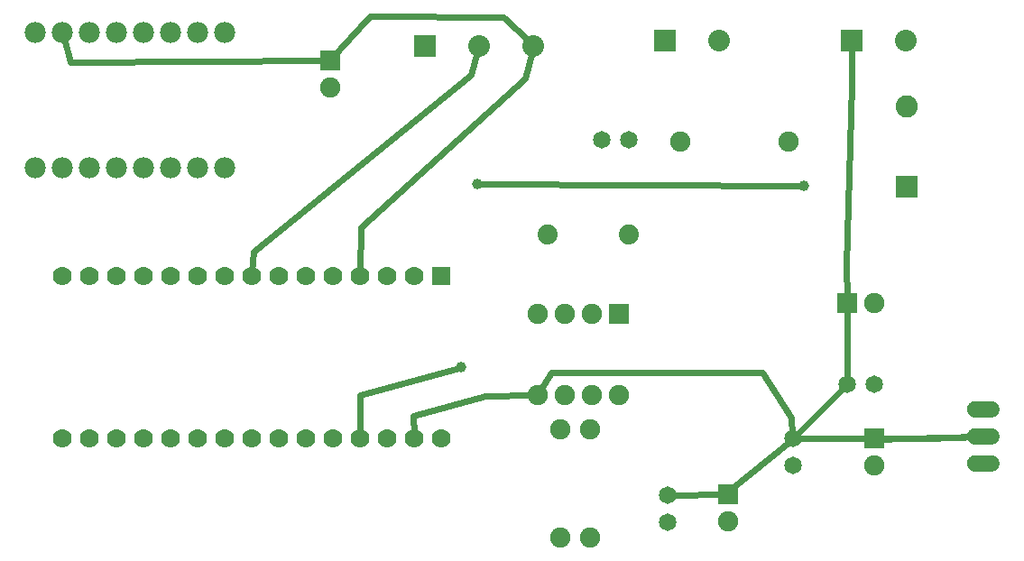
<source format=gtl>
G04 MADE WITH FRITZING*
G04 WWW.FRITZING.ORG*
G04 DOUBLE SIDED*
G04 HOLES PLATED*
G04 CONTOUR ON CENTER OF CONTOUR VECTOR*
%ASAXBY*%
%FSLAX23Y23*%
%MOIN*%
%OFA0B0*%
%SFA1.0B1.0*%
%ADD10C,0.074000*%
%ADD11C,0.039370*%
%ADD12C,0.075000*%
%ADD13C,0.078000*%
%ADD14C,0.082000*%
%ADD15C,0.060000*%
%ADD16C,0.065000*%
%ADD17C,0.080000*%
%ADD18C,0.070000*%
%ADD19R,0.075000X0.075000*%
%ADD20R,0.000150X0.000150*%
%ADD21R,0.082000X0.082000*%
%ADD22R,0.080000X0.079986*%
%ADD23R,0.080000X0.080000*%
%ADD24R,0.070000X0.069972*%
%ADD25C,0.024000*%
%ADD26R,0.001000X0.001000*%
%LNCOPPER1*%
G90*
G70*
G54D10*
X2066Y1292D03*
X2366Y1292D03*
X2066Y1292D03*
X2366Y1292D03*
G54D11*
X1747Y802D03*
X1805Y1478D03*
G54D12*
X2328Y999D03*
X2328Y699D03*
X2228Y999D03*
X2228Y699D03*
X2128Y999D03*
X2128Y699D03*
X2028Y999D03*
X2028Y699D03*
G54D11*
X3013Y1472D03*
G54D12*
X1262Y1937D03*
X1262Y1837D03*
G54D13*
X172Y2038D03*
X272Y2038D03*
X372Y2038D03*
X472Y2038D03*
X572Y2038D03*
X672Y2038D03*
X772Y2038D03*
X872Y2038D03*
X172Y1538D03*
X272Y1538D03*
X372Y1538D03*
X472Y1538D03*
X572Y1538D03*
X672Y1538D03*
X772Y1538D03*
X872Y1538D03*
G54D14*
X3393Y1469D03*
X3393Y1767D03*
G54D15*
X3675Y646D03*
X3675Y546D03*
X3675Y446D03*
X3675Y646D03*
X3675Y546D03*
X3675Y446D03*
G54D12*
X3172Y1038D03*
X3272Y1038D03*
X2733Y334D03*
X2733Y234D03*
X3272Y538D03*
X3272Y438D03*
G54D16*
X3172Y738D03*
X3272Y738D03*
X3172Y738D03*
X3272Y738D03*
X2511Y328D03*
X2511Y228D03*
X2511Y328D03*
X2511Y228D03*
X2366Y1642D03*
X2266Y1642D03*
X2366Y1642D03*
X2266Y1642D03*
X2972Y538D03*
X2972Y438D03*
X2972Y538D03*
X2972Y438D03*
G54D17*
X2501Y2011D03*
X2701Y2011D03*
X1812Y1991D03*
X2012Y1991D03*
X1612Y1991D03*
X3189Y2011D03*
X3389Y2011D03*
G54D18*
X1672Y1138D03*
X1572Y1138D03*
X1472Y1138D03*
X1372Y1138D03*
X1272Y1138D03*
X1172Y1138D03*
X1072Y1138D03*
X972Y1138D03*
X872Y1138D03*
X772Y1138D03*
X672Y1138D03*
X572Y1138D03*
X472Y1138D03*
X372Y1138D03*
X272Y1138D03*
X1672Y538D03*
X1572Y538D03*
X1472Y538D03*
X1372Y538D03*
X1272Y538D03*
X1172Y538D03*
X1072Y538D03*
X972Y538D03*
X872Y538D03*
X772Y538D03*
X672Y538D03*
X572Y538D03*
X472Y538D03*
X372Y538D03*
X272Y538D03*
G54D12*
X2114Y173D03*
X2114Y573D03*
X2222Y174D03*
X2222Y574D03*
X2956Y1635D03*
X2556Y1635D03*
G54D19*
X2328Y999D03*
G54D20*
X2027Y999D03*
G54D19*
X1262Y1937D03*
G54D21*
X3393Y1468D03*
G54D19*
X3172Y1038D03*
X2733Y334D03*
X3272Y538D03*
G54D22*
X2501Y2011D03*
G54D23*
X1612Y1991D03*
G54D22*
X3189Y2011D03*
G54D24*
X1672Y1138D03*
G54D25*
X2982Y548D02*
X3163Y728D01*
D02*
X1372Y556D02*
X1372Y698D01*
D02*
X1372Y698D02*
X1739Y800D01*
D02*
X1813Y1478D02*
X3005Y1472D01*
D02*
X2735Y345D02*
X2735Y345D01*
D02*
X2962Y529D02*
X2735Y345D01*
D02*
X2715Y333D02*
X2525Y328D01*
D02*
X1571Y624D02*
X1572Y556D01*
D02*
X1837Y695D02*
X1571Y624D01*
D02*
X2010Y699D02*
X1837Y695D01*
D02*
X2861Y784D02*
X2081Y784D01*
D02*
X2081Y784D02*
X2037Y714D01*
D02*
X2965Y616D02*
X2861Y784D01*
D02*
X2971Y552D02*
X2965Y616D01*
D02*
X1784Y1883D02*
X1807Y1971D01*
D02*
X978Y1228D02*
X1784Y1883D01*
D02*
X973Y1156D02*
X978Y1228D01*
D02*
X1903Y2095D02*
X1408Y2100D01*
D02*
X1258Y1935D02*
X1258Y1935D01*
D02*
X1408Y2100D02*
X1258Y1935D01*
D02*
X1998Y2005D02*
X1903Y2095D01*
D02*
X278Y2020D02*
X303Y1931D01*
D02*
X303Y1931D02*
X1245Y1937D01*
D02*
X3474Y538D02*
X2986Y538D01*
D02*
X3655Y545D02*
X3474Y538D01*
D02*
X3172Y752D02*
X3172Y1021D01*
D02*
X3189Y1846D02*
X3189Y1991D01*
D02*
X3170Y1179D02*
X3189Y1846D01*
D02*
X3172Y1056D02*
X3170Y1179D01*
D02*
X3273Y537D02*
X3273Y537D01*
D02*
X3655Y546D02*
X3273Y537D01*
D02*
X2973Y537D02*
X2973Y537D01*
D02*
X2973Y537D02*
X2973Y537D01*
D02*
X1982Y1870D02*
X2008Y1971D01*
D02*
X1376Y1321D02*
X1982Y1870D01*
D02*
X1373Y1156D02*
X1376Y1321D01*
G54D26*
X3640Y676D02*
X3711Y676D01*
X3636Y675D02*
X3715Y675D01*
X3634Y674D02*
X3717Y674D01*
X3632Y673D02*
X3719Y673D01*
X3630Y672D02*
X3721Y672D01*
X3629Y671D02*
X3723Y671D01*
X3627Y670D02*
X3724Y670D01*
X3626Y669D02*
X3725Y669D01*
X3625Y668D02*
X3726Y668D01*
X3624Y667D02*
X3727Y667D01*
X3623Y666D02*
X3670Y666D01*
X3681Y666D02*
X3728Y666D01*
X3622Y665D02*
X3667Y665D01*
X3684Y665D02*
X3729Y665D01*
X3622Y664D02*
X3665Y664D01*
X3686Y664D02*
X3730Y664D01*
X3621Y663D02*
X3664Y663D01*
X3688Y663D02*
X3730Y663D01*
X3620Y662D02*
X3662Y662D01*
X3689Y662D02*
X3731Y662D01*
X3620Y661D02*
X3661Y661D01*
X3690Y661D02*
X3731Y661D01*
X3619Y660D02*
X3660Y660D01*
X3691Y660D02*
X3732Y660D01*
X3619Y659D02*
X3660Y659D01*
X3692Y659D02*
X3732Y659D01*
X3618Y658D02*
X3659Y658D01*
X3693Y658D02*
X3733Y658D01*
X3618Y657D02*
X3658Y657D01*
X3693Y657D02*
X3733Y657D01*
X3618Y656D02*
X3658Y656D01*
X3694Y656D02*
X3734Y656D01*
X3617Y655D02*
X3657Y655D01*
X3694Y655D02*
X3734Y655D01*
X3617Y654D02*
X3657Y654D01*
X3695Y654D02*
X3734Y654D01*
X3617Y653D02*
X3656Y653D01*
X3695Y653D02*
X3734Y653D01*
X3617Y652D02*
X3656Y652D01*
X3695Y652D02*
X3735Y652D01*
X3616Y651D02*
X3656Y651D01*
X3696Y651D02*
X3735Y651D01*
X3616Y650D02*
X3655Y650D01*
X3696Y650D02*
X3735Y650D01*
X3616Y649D02*
X3655Y649D01*
X3696Y649D02*
X3735Y649D01*
X3616Y648D02*
X3655Y648D01*
X3696Y648D02*
X3735Y648D01*
X3616Y647D02*
X3655Y647D01*
X3696Y647D02*
X3735Y647D01*
X3616Y646D02*
X3655Y646D01*
X3696Y646D02*
X3735Y646D01*
X3616Y645D02*
X3655Y645D01*
X3696Y645D02*
X3735Y645D01*
X3616Y644D02*
X3655Y644D01*
X3696Y644D02*
X3735Y644D01*
X3616Y643D02*
X3655Y643D01*
X3696Y643D02*
X3735Y643D01*
X3617Y642D02*
X3656Y642D01*
X3696Y642D02*
X3735Y642D01*
X3617Y641D02*
X3656Y641D01*
X3695Y641D02*
X3735Y641D01*
X3617Y640D02*
X3656Y640D01*
X3695Y640D02*
X3734Y640D01*
X3617Y639D02*
X3657Y639D01*
X3695Y639D02*
X3734Y639D01*
X3617Y638D02*
X3657Y638D01*
X3694Y638D02*
X3734Y638D01*
X3618Y637D02*
X3658Y637D01*
X3694Y637D02*
X3734Y637D01*
X3618Y636D02*
X3658Y636D01*
X3693Y636D02*
X3733Y636D01*
X3618Y635D02*
X3659Y635D01*
X3692Y635D02*
X3733Y635D01*
X3619Y634D02*
X3660Y634D01*
X3691Y634D02*
X3732Y634D01*
X3619Y633D02*
X3661Y633D01*
X3691Y633D02*
X3732Y633D01*
X3620Y632D02*
X3662Y632D01*
X3690Y632D02*
X3731Y632D01*
X3621Y631D02*
X3663Y631D01*
X3688Y631D02*
X3731Y631D01*
X3621Y630D02*
X3664Y630D01*
X3687Y630D02*
X3730Y630D01*
X3622Y629D02*
X3666Y629D01*
X3685Y629D02*
X3729Y629D01*
X3623Y628D02*
X3668Y628D01*
X3683Y628D02*
X3729Y628D01*
X3623Y627D02*
X3672Y627D01*
X3679Y627D02*
X3728Y627D01*
X3624Y626D02*
X3727Y626D01*
X3625Y625D02*
X3726Y625D01*
X3626Y624D02*
X3725Y624D01*
X3628Y623D02*
X3724Y623D01*
X3629Y622D02*
X3722Y622D01*
X3631Y621D02*
X3721Y621D01*
X3632Y620D02*
X3719Y620D01*
X3634Y619D02*
X3717Y619D01*
X3637Y618D02*
X3714Y618D01*
X3642Y617D02*
X3709Y617D01*
X3640Y576D02*
X3711Y576D01*
X3636Y575D02*
X3715Y575D01*
X3634Y574D02*
X3717Y574D01*
X3632Y573D02*
X3719Y573D01*
X3630Y572D02*
X3721Y572D01*
X3629Y571D02*
X3723Y571D01*
X3627Y570D02*
X3724Y570D01*
X3626Y569D02*
X3725Y569D01*
X3625Y568D02*
X3726Y568D01*
X3624Y567D02*
X3727Y567D01*
X3623Y566D02*
X3670Y566D01*
X3681Y566D02*
X3728Y566D01*
X3622Y565D02*
X3667Y565D01*
X3684Y565D02*
X3729Y565D01*
X3622Y564D02*
X3665Y564D01*
X3686Y564D02*
X3730Y564D01*
X3621Y563D02*
X3664Y563D01*
X3688Y563D02*
X3730Y563D01*
X3620Y562D02*
X3662Y562D01*
X3689Y562D02*
X3731Y562D01*
X3620Y561D02*
X3661Y561D01*
X3690Y561D02*
X3731Y561D01*
X3619Y560D02*
X3660Y560D01*
X3691Y560D02*
X3732Y560D01*
X3619Y559D02*
X3659Y559D01*
X3692Y559D02*
X3732Y559D01*
X3618Y558D02*
X3659Y558D01*
X3693Y558D02*
X3733Y558D01*
X3618Y557D02*
X3658Y557D01*
X3693Y557D02*
X3733Y557D01*
X3618Y556D02*
X3658Y556D01*
X3694Y556D02*
X3734Y556D01*
X3617Y555D02*
X3657Y555D01*
X3694Y555D02*
X3734Y555D01*
X3617Y554D02*
X3657Y554D01*
X3695Y554D02*
X3734Y554D01*
X3617Y553D02*
X3656Y553D01*
X3695Y553D02*
X3734Y553D01*
X3617Y552D02*
X3656Y552D01*
X3695Y552D02*
X3735Y552D01*
X3616Y551D02*
X3656Y551D01*
X3696Y551D02*
X3735Y551D01*
X3616Y550D02*
X3655Y550D01*
X3696Y550D02*
X3735Y550D01*
X3616Y549D02*
X3655Y549D01*
X3696Y549D02*
X3735Y549D01*
X3616Y548D02*
X3655Y548D01*
X3696Y548D02*
X3735Y548D01*
X3616Y547D02*
X3655Y547D01*
X3696Y547D02*
X3735Y547D01*
X3616Y546D02*
X3655Y546D01*
X3696Y546D02*
X3735Y546D01*
X3616Y545D02*
X3655Y545D01*
X3696Y545D02*
X3735Y545D01*
X3616Y544D02*
X3655Y544D01*
X3696Y544D02*
X3735Y544D01*
X3616Y543D02*
X3655Y543D01*
X3696Y543D02*
X3735Y543D01*
X3617Y542D02*
X3656Y542D01*
X3696Y542D02*
X3735Y542D01*
X3617Y541D02*
X3656Y541D01*
X3695Y541D02*
X3735Y541D01*
X3617Y540D02*
X3656Y540D01*
X3695Y540D02*
X3734Y540D01*
X3617Y539D02*
X3657Y539D01*
X3695Y539D02*
X3734Y539D01*
X3617Y538D02*
X3657Y538D01*
X3694Y538D02*
X3734Y538D01*
X3618Y537D02*
X3658Y537D01*
X3694Y537D02*
X3734Y537D01*
X3618Y536D02*
X3658Y536D01*
X3693Y536D02*
X3733Y536D01*
X3618Y535D02*
X3659Y535D01*
X3692Y535D02*
X3733Y535D01*
X3619Y534D02*
X3660Y534D01*
X3691Y534D02*
X3732Y534D01*
X3619Y533D02*
X3661Y533D01*
X3691Y533D02*
X3732Y533D01*
X3620Y532D02*
X3662Y532D01*
X3690Y532D02*
X3731Y532D01*
X3621Y531D02*
X3663Y531D01*
X3688Y531D02*
X3731Y531D01*
X3621Y530D02*
X3664Y530D01*
X3687Y530D02*
X3730Y530D01*
X3622Y529D02*
X3666Y529D01*
X3685Y529D02*
X3729Y529D01*
X3623Y528D02*
X3668Y528D01*
X3683Y528D02*
X3729Y528D01*
X3623Y527D02*
X3672Y527D01*
X3679Y527D02*
X3728Y527D01*
X3624Y526D02*
X3727Y526D01*
X3625Y525D02*
X3726Y525D01*
X3626Y524D02*
X3725Y524D01*
X3628Y523D02*
X3724Y523D01*
X3629Y522D02*
X3722Y522D01*
X3631Y521D02*
X3721Y521D01*
X3632Y520D02*
X3719Y520D01*
X3635Y519D02*
X3717Y519D01*
X3637Y518D02*
X3714Y518D01*
X3642Y517D02*
X3709Y517D01*
X3640Y476D02*
X3711Y476D01*
X3636Y475D02*
X3715Y475D01*
X3634Y474D02*
X3717Y474D01*
X3632Y473D02*
X3719Y473D01*
X3630Y472D02*
X3721Y472D01*
X3629Y471D02*
X3723Y471D01*
X3627Y470D02*
X3724Y470D01*
X3626Y469D02*
X3725Y469D01*
X3625Y468D02*
X3726Y468D01*
X3624Y467D02*
X3727Y467D01*
X3623Y466D02*
X3670Y466D01*
X3681Y466D02*
X3728Y466D01*
X3622Y465D02*
X3667Y465D01*
X3684Y465D02*
X3729Y465D01*
X3622Y464D02*
X3665Y464D01*
X3686Y464D02*
X3730Y464D01*
X3621Y463D02*
X3664Y463D01*
X3688Y463D02*
X3730Y463D01*
X3620Y462D02*
X3662Y462D01*
X3689Y462D02*
X3731Y462D01*
X3620Y461D02*
X3661Y461D01*
X3690Y461D02*
X3731Y461D01*
X3619Y460D02*
X3660Y460D01*
X3691Y460D02*
X3732Y460D01*
X3619Y459D02*
X3659Y459D01*
X3692Y459D02*
X3732Y459D01*
X3618Y458D02*
X3659Y458D01*
X3693Y458D02*
X3733Y458D01*
X3618Y457D02*
X3658Y457D01*
X3693Y457D02*
X3733Y457D01*
X3618Y456D02*
X3658Y456D01*
X3694Y456D02*
X3734Y456D01*
X3617Y455D02*
X3657Y455D01*
X3694Y455D02*
X3734Y455D01*
X3617Y454D02*
X3657Y454D01*
X3695Y454D02*
X3734Y454D01*
X3617Y453D02*
X3656Y453D01*
X3695Y453D02*
X3734Y453D01*
X3617Y452D02*
X3656Y452D01*
X3695Y452D02*
X3735Y452D01*
X3616Y451D02*
X3656Y451D01*
X3696Y451D02*
X3735Y451D01*
X3616Y450D02*
X3655Y450D01*
X3696Y450D02*
X3735Y450D01*
X3616Y449D02*
X3655Y449D01*
X3696Y449D02*
X3735Y449D01*
X3616Y448D02*
X3655Y448D01*
X3696Y448D02*
X3735Y448D01*
X3616Y447D02*
X3655Y447D01*
X3696Y447D02*
X3735Y447D01*
X3616Y446D02*
X3655Y446D01*
X3696Y446D02*
X3735Y446D01*
X3616Y445D02*
X3655Y445D01*
X3696Y445D02*
X3735Y445D01*
X3616Y444D02*
X3655Y444D01*
X3696Y444D02*
X3735Y444D01*
X3616Y443D02*
X3655Y443D01*
X3696Y443D02*
X3735Y443D01*
X3617Y442D02*
X3656Y442D01*
X3696Y442D02*
X3735Y442D01*
X3617Y441D02*
X3656Y441D01*
X3695Y441D02*
X3735Y441D01*
X3617Y440D02*
X3656Y440D01*
X3695Y440D02*
X3734Y440D01*
X3617Y439D02*
X3657Y439D01*
X3695Y439D02*
X3734Y439D01*
X3617Y438D02*
X3657Y438D01*
X3694Y438D02*
X3734Y438D01*
X3618Y437D02*
X3658Y437D01*
X3694Y437D02*
X3733Y437D01*
X3618Y436D02*
X3658Y436D01*
X3693Y436D02*
X3733Y436D01*
X3618Y435D02*
X3659Y435D01*
X3692Y435D02*
X3733Y435D01*
X3619Y434D02*
X3660Y434D01*
X3691Y434D02*
X3732Y434D01*
X3619Y433D02*
X3661Y433D01*
X3691Y433D02*
X3732Y433D01*
X3620Y432D02*
X3662Y432D01*
X3690Y432D02*
X3731Y432D01*
X3621Y431D02*
X3663Y431D01*
X3688Y431D02*
X3731Y431D01*
X3621Y430D02*
X3664Y430D01*
X3687Y430D02*
X3730Y430D01*
X3622Y429D02*
X3666Y429D01*
X3685Y429D02*
X3729Y429D01*
X3623Y428D02*
X3668Y428D01*
X3683Y428D02*
X3729Y428D01*
X3624Y427D02*
X3672Y427D01*
X3679Y427D02*
X3728Y427D01*
X3624Y426D02*
X3727Y426D01*
X3625Y425D02*
X3726Y425D01*
X3627Y424D02*
X3725Y424D01*
X3628Y423D02*
X3723Y423D01*
X3629Y422D02*
X3722Y422D01*
X3631Y421D02*
X3721Y421D01*
X3632Y420D02*
X3719Y420D01*
X3635Y419D02*
X3717Y419D01*
X3637Y418D02*
X3714Y418D01*
X3642Y417D02*
X3709Y417D01*
D02*
G04 End of Copper1*
M02*
</source>
